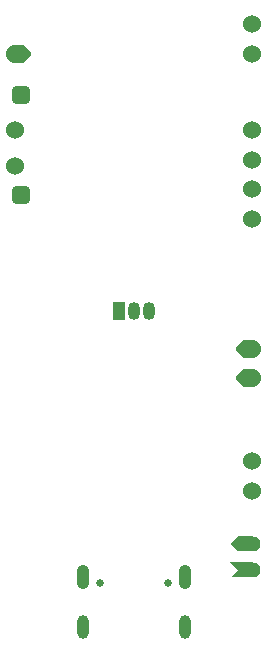
<source format=gbr>
%TF.GenerationSoftware,KiCad,Pcbnew,9.0.1*%
%TF.CreationDate,2025-04-24T11:10:19+02:00*%
%TF.ProjectId,crimpdeq,6372696d-7064-4657-912e-6b696361645f,rev?*%
%TF.SameCoordinates,Original*%
%TF.FileFunction,Soldermask,Bot*%
%TF.FilePolarity,Negative*%
%FSLAX46Y46*%
G04 Gerber Fmt 4.6, Leading zero omitted, Abs format (unit mm)*
G04 Created by KiCad (PCBNEW 9.0.1) date 2025-04-24 11:10:19*
%MOMM*%
%LPD*%
G01*
G04 APERTURE LIST*
G04 Aperture macros list*
%AMRoundRect*
0 Rectangle with rounded corners*
0 $1 Rounding radius*
0 $2 $3 $4 $5 $6 $7 $8 $9 X,Y pos of 4 corners*
0 Add a 4 corners polygon primitive as box body*
4,1,4,$2,$3,$4,$5,$6,$7,$8,$9,$2,$3,0*
0 Add four circle primitives for the rounded corners*
1,1,$1+$1,$2,$3*
1,1,$1+$1,$4,$5*
1,1,$1+$1,$6,$7*
1,1,$1+$1,$8,$9*
0 Add four rect primitives between the rounded corners*
20,1,$1+$1,$2,$3,$4,$5,0*
20,1,$1+$1,$4,$5,$6,$7,0*
20,1,$1+$1,$6,$7,$8,$9,0*
20,1,$1+$1,$8,$9,$2,$3,0*%
%AMFreePoly0*
4,1,31,0.703661,0.741839,0.724803,0.724803,1.359803,0.089803,1.394098,0.026996,1.388993,-0.044382,1.359803,-0.089803,0.724803,-0.724803,0.661996,-0.759098,0.635000,-0.762000,0.000000,-0.762000,-0.012495,-0.758331,-0.074689,-0.758331,-0.221197,-0.729189,-0.359204,-0.672024,-0.483408,-0.589034,-0.589034,-0.483408,-0.672024,-0.359204,-0.729189,-0.221197,-0.758331,-0.074689,-0.758331,0.074689,
-0.729189,0.221197,-0.672024,0.359204,-0.589034,0.483408,-0.483408,0.589034,-0.359204,0.672024,-0.221197,0.729189,-0.074689,0.758331,-0.016866,0.758331,0.000000,0.762000,0.635000,0.762000,0.703661,0.741839,0.703661,0.741839,$1*%
%AMFreePoly1*
4,1,31,0.012495,0.758331,0.074689,0.758331,0.221197,0.729189,0.359204,0.672024,0.483408,0.589034,0.589034,0.483408,0.672024,0.359204,0.729189,0.221197,0.758331,0.074689,0.758331,-0.074689,0.729189,-0.221197,0.672024,-0.359204,0.589034,-0.483408,0.483408,-0.589034,0.359204,-0.672024,0.221197,-0.729189,0.074689,-0.758331,0.016866,-0.758331,0.000000,-0.762000,-0.635000,-0.762000,
-0.703661,-0.741839,-0.724803,-0.724803,-1.359803,-0.089803,-1.394098,-0.026996,-1.388993,0.044382,-1.359803,0.089803,-0.724803,0.724803,-0.661996,0.759098,-0.635000,0.762000,0.000000,0.762000,0.012495,0.758331,0.012495,0.758331,$1*%
%AMFreePoly2*
4,1,24,0.635000,0.000000,0.631942,0.000000,0.631942,-0.062241,0.607657,-0.184331,0.560020,-0.299337,0.490862,-0.402840,0.402840,-0.490862,0.299337,-0.560020,0.184331,-0.607657,0.062241,-0.631942,-0.062241,-0.631942,-0.184331,-0.607657,-0.299337,-0.560020,-0.402840,-0.490862,-0.490862,-0.402840,-0.560020,-0.299337,-0.607657,-0.184331,-0.631942,-0.062241,-0.631942,0.000000,-0.635000,0.000000,
-0.635000,1.905000,0.000000,1.270000,0.635000,1.905000,0.635000,0.000000,0.635000,0.000000,$1*%
%AMFreePoly3*
4,1,24,0.635000,1.270000,0.635000,0.000000,0.631942,0.000000,0.631942,-0.062241,0.607657,-0.184331,0.560020,-0.299337,0.490862,-0.402840,0.402840,-0.490862,0.299337,-0.560020,0.184331,-0.607657,0.062241,-0.631942,-0.062241,-0.631942,-0.184331,-0.607657,-0.299337,-0.560020,-0.402840,-0.490862,-0.490862,-0.402840,-0.560020,-0.299337,-0.607657,-0.184331,-0.631942,-0.062241,-0.631942,0.000000,
-0.635000,0.000000,-0.635000,1.270000,0.000000,1.905000,0.635000,1.270000,0.635000,1.270000,$1*%
G04 Aperture macros list end*
%ADD10R,1.050000X1.500000*%
%ADD11O,1.050000X1.500000*%
%ADD12FreePoly0,0.000000*%
%ADD13RoundRect,0.381000X-0.381000X-0.381000X0.381000X-0.381000X0.381000X0.381000X-0.381000X0.381000X0*%
%ADD14C,1.524000*%
%ADD15FreePoly1,0.000000*%
%ADD16FreePoly2,90.000000*%
%ADD17FreePoly3,90.000000*%
%ADD18C,0.650000*%
%ADD19O,1.050000X2.100000*%
%ADD20O,1.000000X2.000000*%
G04 APERTURE END LIST*
D10*
%TO.C,Q1*%
X139460000Y-80500000D03*
D11*
X140730000Y-80500000D03*
X142000000Y-80500000D03*
%TD*%
D12*
%TO.C,U4*%
X130660000Y-58685000D03*
D13*
X131160000Y-62185000D03*
D14*
X130660000Y-65185000D03*
X150660000Y-65185000D03*
X150660000Y-67685000D03*
X150660000Y-56185000D03*
X150660000Y-58685000D03*
X150660000Y-93185000D03*
X150660000Y-95685000D03*
D15*
X150660000Y-86185000D03*
X150660000Y-83685000D03*
D14*
X150660000Y-72685000D03*
X150660000Y-70185000D03*
D13*
X131160000Y-70685000D03*
D14*
X130660000Y-68185000D03*
D16*
X150820000Y-102450000D03*
D17*
X150820000Y-100185000D03*
%TD*%
D18*
%TO.C,J2*%
X137830000Y-103520000D03*
X143610000Y-103520000D03*
D19*
X136400000Y-103020000D03*
D20*
X136400000Y-107200000D03*
X145040000Y-107200000D03*
D19*
X145040000Y-103020000D03*
%TD*%
M02*

</source>
